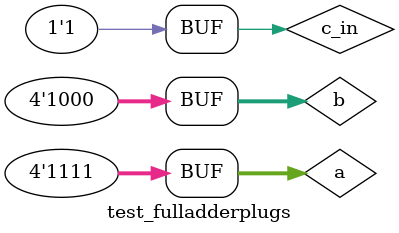
<source format=v>
`timescale 1ns / 1ps


module test_fulladderplugs;

	// Inputs
	reg [3:0] a;
	reg [3:0] b;
	reg c_in;

	// Outputs
	wire [3:0] sum;
	wire c_out;

	// Instantiate the Unit Under Test (UUT)
	fulladderplugs uut (
		.a(a), 
		.b(b), 
		.c_in(c_in), 
		.sum(sum), 
		.c_out(c_out)
	);

	initial begin
		// Initialize Inputs
		a = 15;
		b = 8;
		c_in = 1;

		// Wait 100 ns for global reset to finish
		#100;
        
		// Add stimulus here

	end
      
endmodule


</source>
